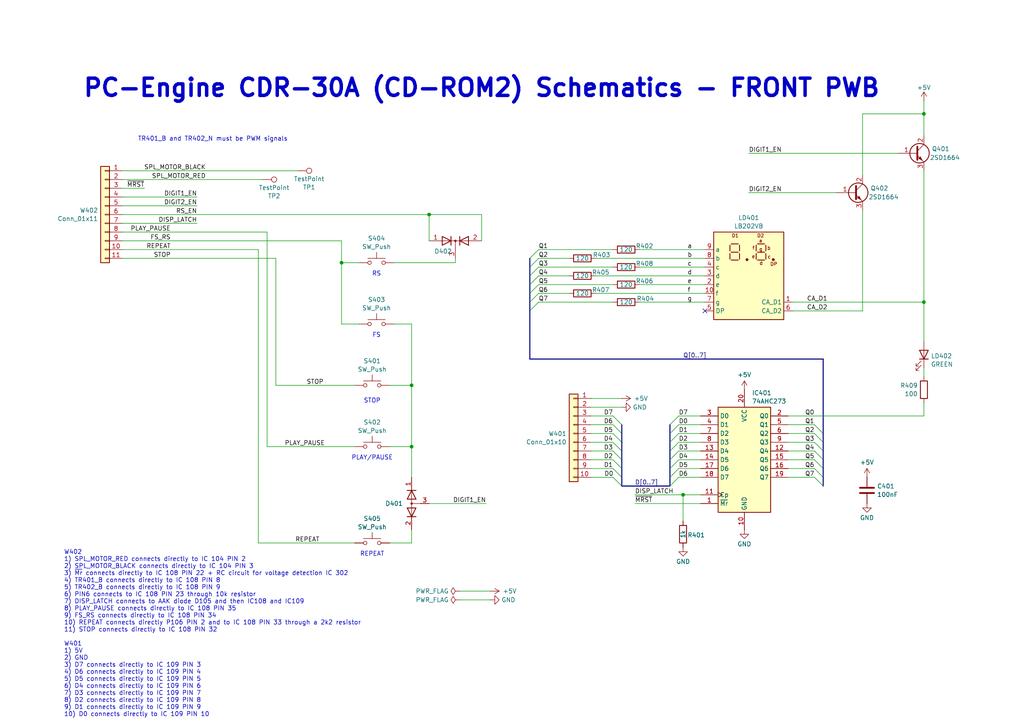
<source format=kicad_sch>
(kicad_sch (version 20231120) (generator "eeschema") (generator_version "8.0")
  (paper "A4")
  (title_block (title "PC-Engine CDR-30A (CD-ROM2) Schematics - FRONT PWB") (date "2024-05-03") (rev "0.1") (company "Author: Regis Galland"))
  (lib_symbols
    (symbol "74xx:74AHC273"
      (property "Reference" "U" (at -7.62 16.51 0))
      (property "Value" "74AHC273" (at -7.62 -16.51 0))
      (symbol "74AHC273_1_0"
        (pin input line (at -12.7 -12.7 0) (length 5.08) (name "~{Mr}") (number "1"))
        (pin power_in line (at 0 -20.32 90) (length 5.08) (name "GND") (number "10"))
        (pin input clock (at -12.7 -10.16 0) (length 5.08) (name "Cp") (number "11"))
        (pin output line (at 12.7 2.54 180) (length 5.08) (name "Q4") (number "12"))
        (pin input line (at -12.7 2.54 0) (length 5.08) (name "D4") (number "13"))
        (pin input line (at -12.7 0 0) (length 5.08) (name "D5") (number "14"))
        (pin output line (at 12.7 0 180) (length 5.08) (name "Q5") (number "15"))
        (pin output line (at 12.7 -2.54 180) (length 5.08) (name "Q6") (number "16"))
        (pin input line (at -12.7 -2.54 0) (length 5.08) (name "D6") (number "17"))
        (pin input line (at -12.7 -5.08 0) (length 5.08) (name "D7") (number "18"))
        (pin output line (at 12.7 -5.08 180) (length 5.08) (name "Q7") (number "19"))
        (pin output line (at 12.7 12.7 180) (length 5.08) (name "Q0") (number "2"))
        (pin power_in line (at 0 20.32 270) (length 5.08) (name "VCC") (number "20"))
        (pin input line (at -12.7 12.7 0) (length 5.08) (name "D0") (number "3"))
        (pin input line (at -12.7 10.16 0) (length 5.08) (name "D1") (number "4"))
        (pin output line (at 12.7 10.16 180) (length 5.08) (name "Q1") (number "5"))
        (pin output line (at 12.7 7.62 180) (length 5.08) (name "Q2") (number "6"))
        (pin input line (at -12.7 7.62 0) (length 5.08) (name "D2") (number "7"))
        (pin input line (at -12.7 5.08 0) (length 5.08) (name "D3") (number "8"))
        (pin output line (at 12.7 5.08 180) (length 5.08) (name "Q3") (number "9"))
      )
      (symbol "74AHC273_1_1"
        (rectangle (start -7.62 15.24) (end 7.62 -15.24) (stroke (width 0.254)) (fill (type background)))
      )
    )
    (symbol "Connector:TestPoint" (pin_numbers hide) (pin_names (offset 0.762) hide)
      (property "Reference" "TP" (at 0 6.858 0))
      (property "Value" "TestPoint" (at 0 5.08 0))
      (symbol "TestPoint_0_1"
        (circle (center 0 3.302) (radius 0.762))
      )
      (symbol "TestPoint_1_1"
        (pin passive line (at 0 0 90) (length 2.54) (name "1") (number "1"))
      )
    )
    (symbol "Connector_Generic:Conn_01x10" (pin_names (offset 1.016) hide)
      (property "Reference" "J" (at 0 12.7 0))
      (property "Value" "Conn_01x10" (at 0 -15.24 0))
      (symbol "Conn_01x10_1_1"
        (rectangle (start -1.27 -12.573) (end 0 -12.827) (stroke (width 0.1524)))
        (rectangle (start -1.27 -10.033) (end 0 -10.287) (stroke (width 0.1524)))
        (rectangle (start -1.27 -7.493) (end 0 -7.747) (stroke (width 0.1524)))
        (rectangle (start -1.27 -4.953) (end 0 -5.207) (stroke (width 0.1524)))
        (rectangle (start -1.27 -2.413) (end 0 -2.667) (stroke (width 0.1524)))
        (rectangle (start -1.27 0.127) (end 0 -0.127) (stroke (width 0.1524)))
        (rectangle (start -1.27 2.667) (end 0 2.413) (stroke (width 0.1524)))
        (rectangle (start -1.27 5.207) (end 0 4.953) (stroke (width 0.1524)))
        (rectangle (start -1.27 7.747) (end 0 7.493) (stroke (width 0.1524)))
        (rectangle (start -1.27 10.287) (end 0 10.033) (stroke (width 0.1524)))
        (rectangle (start -1.27 11.43) (end 1.27 -13.97) (stroke (width 0.254)) (fill (type background)))
        (pin passive line (at -5.08 10.16 0) (length 3.81) (name "Pin_1") (number "1"))
        (pin passive line (at -5.08 -12.7 0) (length 3.81) (name "Pin_10") (number "10"))
        (pin passive line (at -5.08 7.62 0) (length 3.81) (name "Pin_2") (number "2"))
        (pin passive line (at -5.08 5.08 0) (length 3.81) (name "Pin_3") (number "3"))
        (pin passive line (at -5.08 2.54 0) (length 3.81) (name "Pin_4") (number "4"))
        (pin passive line (at -5.08 0 0) (length 3.81) (name "Pin_5") (number "5"))
        (pin passive line (at -5.08 -2.54 0) (length 3.81) (name "Pin_6") (number "6"))
        (pin passive line (at -5.08 -5.08 0) (length 3.81) (name "Pin_7") (number "7"))
        (pin passive line (at -5.08 -7.62 0) (length 3.81) (name "Pin_8") (number "8"))
        (pin passive line (at -5.08 -10.16 0) (length 3.81) (name "Pin_9") (number "9"))
      )
    )
    (symbol "Connector_Generic:Conn_01x11" (pin_names (offset 1.016) hide)
      (property "Reference" "J" (at 0 15.24 0))
      (property "Value" "Conn_01x11" (at 0 -15.24 0))
      (symbol "Conn_01x11_1_1"
        (rectangle (start -1.27 -12.573) (end 0 -12.827) (stroke (width 0.1524)))
        (rectangle (start -1.27 -10.033) (end 0 -10.287) (stroke (width 0.1524)))
        (rectangle (start -1.27 -7.493) (end 0 -7.747) (stroke (width 0.1524)))
        (rectangle (start -1.27 -4.953) (end 0 -5.207) (stroke (width 0.1524)))
        (rectangle (start -1.27 -2.413) (end 0 -2.667) (stroke (width 0.1524)))
        (rectangle (start -1.27 0.127) (end 0 -0.127) (stroke (width 0.1524)))
        (rectangle (start -1.27 2.667) (end 0 2.413) (stroke (width 0.1524)))
        (rectangle (start -1.27 5.207) (end 0 4.953) (stroke (width 0.1524)))
        (rectangle (start -1.27 7.747) (end 0 7.493) (stroke (width 0.1524)))
        (rectangle (start -1.27 10.287) (end 0 10.033) (stroke (width 0.1524)))
        (rectangle (start -1.27 12.827) (end 0 12.573) (stroke (width 0.1524)))
        (rectangle (start -1.27 13.97) (end 1.27 -13.97) (stroke (width 0.254)) (fill (type background)))
        (pin passive line (at -5.08 12.7 0) (length 3.81) (name "Pin_1") (number "1"))
        (pin passive line (at -5.08 -10.16 0) (length 3.81) (name "Pin_10") (number "10"))
        (pin passive line (at -5.08 -12.7 0) (length 3.81) (name "Pin_11") (number "11"))
        (pin passive line (at -5.08 10.16 0) (length 3.81) (name "Pin_2") (number "2"))
        (pin passive line (at -5.08 7.62 0) (length 3.81) (name "Pin_3") (number "3"))
        (pin passive line (at -5.08 5.08 0) (length 3.81) (name "Pin_4") (number "4"))
        (pin passive line (at -5.08 2.54 0) (length 3.81) (name "Pin_5") (number "5"))
        (pin passive line (at -5.08 0 0) (length 3.81) (name "Pin_6") (number "6"))
        (pin passive line (at -5.08 -2.54 0) (length 3.81) (name "Pin_7") (number "7"))
        (pin passive line (at -5.08 -5.08 0) (length 3.81) (name "Pin_8") (number "8"))
        (pin passive line (at -5.08 -7.62 0) (length 3.81) (name "Pin_9") (number "9"))
      )
    )
    (symbol "Device:C" (pin_numbers hide) (pin_names (offset 0.254))
      (property "Reference" "C" (at 0.635 2.54 0))
      (property "Value" "C" (at 0.635 -2.54 0))
      (symbol "C_0_1"
        (polyline (pts (xy -2.032 -0.762) (xy 2.032 -0.762)) (stroke (width 0.508)))
        (polyline (pts (xy -2.032 0.762) (xy 2.032 0.762)) (stroke (width 0.508)))
      )
      (symbol "C_1_1"
        (pin passive line (at 0 3.81 270) (length 2.794) (name "~") (number "1"))
        (pin passive line (at 0 -3.81 90) (length 2.794) (name "~") (number "2"))
      )
    )
    (symbol "Device:D_Dual_CommonAnode_KKA" (pin_names (offset 0.762) hide)
      (property "Reference" "D" (at 1.27 -2.54 0))
      (property "Value" "D_Dual_CommonAnode_KKA" (at 0 2.54 0))
      (symbol "D_Dual_CommonAnode_KKA_0_1"
        (polyline (pts (xy -3.81 0) (xy 3.81 0)))
        (polyline (pts (xy 0 0) (xy 0 -2.54)))
        (polyline (pts (xy -3.81 1.27) (xy -3.81 -1.27) (xy -3.81 -1.27)) (stroke (width 0.254)))
        (polyline (pts (xy 3.81 1.27) (xy 3.81 -1.27) (xy 3.81 -1.27)) (stroke (width 0.254)))
        (polyline (pts (xy -1.27 -1.27) (xy -3.81 0) (xy -1.27 1.27) (xy -1.27 -1.27) (xy -1.27 -1.27) (xy -1.27 -1.27)) (stroke (width 0.254)))
        (polyline (pts (xy 1.27 1.27) (xy 3.81 0) (xy 1.27 -1.27) (xy 1.27 1.27) (xy 1.27 1.27) (xy 1.27 1.27)) (stroke (width 0.254)))
        (circle (center 0 0) (radius 0.254) (fill (type outline)))
        (pin passive line (at -7.62 0 0) (length 3.81) (name "K") (number "1"))
        (pin passive line (at 7.62 0 180) (length 3.81) (name "K") (number "2"))
        (pin passive line (at 0 -5.08 90) (length 2.54) (name "A") (number "3"))
      )
    )
    (symbol "Device:D_Dual_CommonCathode_AAK" (pin_names (offset 0.762) hide)
      (property "Reference" "D" (at 1.27 -2.54 0))
      (property "Value" "D_Dual_CommonCathode_AAK" (at 0 2.54 0))
      (symbol "D_Dual_CommonCathode_AAK_0_1"
        (polyline (pts (xy -3.81 0) (xy 3.81 0)))
        (polyline (pts (xy 0 0) (xy 0 -2.54)))
        (polyline (pts (xy -1.27 -1.27) (xy -1.27 1.27) (xy -1.27 1.27)) (stroke (width 0.254)))
        (polyline (pts (xy 1.27 -1.27) (xy 1.27 1.27) (xy 1.27 1.27)) (stroke (width 0.254)))
        (polyline (pts (xy -3.81 1.27) (xy -1.27 0) (xy -3.81 -1.27) (xy -3.81 1.27) (xy -3.81 1.27) (xy -3.81 1.27)) (stroke (width 0.254)))
        (polyline (pts (xy 3.81 -1.27) (xy 1.27 0) (xy 3.81 1.27) (xy 3.81 -1.27) (xy 3.81 -1.27) (xy 3.81 -1.27)) (stroke (width 0.254)))
        (circle (center 0 0) (radius 0.254) (fill (type outline)))
        (pin passive line (at -7.62 0 0) (length 3.81) (name "A") (number "1"))
        (pin passive line (at 7.62 0 180) (length 3.81) (name "A") (number "2"))
        (pin passive line (at 0 -5.08 90) (length 2.54) (name "K") (number "3"))
      )
    )
    (symbol "Device:LED" (pin_numbers hide) (pin_names (offset 1.016) hide)
      (property "Reference" "D" (at 0 2.54 0))
      (property "Value" "LED" (at 0 -2.54 0))
      (symbol "LED_0_1"
        (polyline (pts (xy -1.27 -1.27) (xy -1.27 1.27)) (stroke (width 0.254)))
        (polyline (pts (xy -1.27 0) (xy 1.27 0)))
        (polyline (pts (xy 1.27 -1.27) (xy 1.27 1.27) (xy -1.27 0) (xy 1.27 -1.27)) (stroke (width 0.254)))
        (polyline (pts (xy -3.048 -0.762) (xy -4.572 -2.286) (xy -3.81 -2.286) (xy -4.572 -2.286) (xy -4.572 -1.524)))
        (polyline (pts (xy -1.778 -0.762) (xy -3.302 -2.286) (xy -2.54 -2.286) (xy -3.302 -2.286) (xy -3.302 -1.524)))
      )
      (symbol "LED_1_1"
        (pin passive line (at -3.81 0 0) (length 2.54) (name "K") (number "1"))
        (pin passive line (at 3.81 0 180) (length 2.54) (name "A") (number "2"))
      )
    )
    (symbol "Device:R" (pin_numbers hide) (pin_names (offset 0))
      (property "Reference" "R" (at 2.032 0 90))
      (property "Value" "R" (at 0 0 90))
      (symbol "R_0_1"
        (rectangle (start -1.016 -2.54) (end 1.016 2.54) (stroke (width 0.254)))
      )
      (symbol "R_1_1"
        (pin passive line (at 0 3.81 270) (length 1.27) (name "~") (number "1"))
        (pin passive line (at 0 -3.81 90) (length 1.27) (name "~") (number "2"))
      )
    )
    (symbol "PC-Engine_CDR-30:2SD1664" (pin_names hide)
      (property "Reference" "Q" (at 10.668 1.016 0))
      (property "Value" "2SD1664" (at 13.716 -1.27 0))
      (symbol "2SD1664_0_1"
        (polyline (pts (xy 5.08 0) (xy 5.715 0)))
        (polyline (pts (xy 7.62 -2.54) (xy 5.715 -0.635)))
        (polyline (pts (xy 7.62 2.54) (xy 5.715 0.635)))
        (polyline (pts (xy 5.715 1.905) (xy 5.715 -1.905) (xy 5.715 -1.905)) (stroke (width 0.508)) (fill (type outline)))
        (polyline (pts (xy 6.604 -1.016) (xy 6.096 -1.524) (xy 7.112 -2.032) (xy 6.604 -1.016) (xy 6.604 -1.016)) (fill (type outline)))
        (circle (center 6.35 0) (radius 2.8194) (stroke (width 0.254)))
      )
      (symbol "2SD1664_1_1"
        (pin input line (at 0 0 0) (length 5.08) (name "B") (number "1"))
        (pin passive line (at 7.62 5.08 270) (length 2.54) (name "C") (number "2"))
        (pin passive line (at 7.62 -5.08 90) (length 2.54) (name "E") (number "3"))
      )
    )
    (symbol "PC-Engine_CDR-30:LB202VB"
      (property "Reference" "LD" (at 0 16.8445 0))
      (property "Value" "LB202VB" (at 0 14.4202 0))
      (symbol "LB202VB_0_0"
        (text "a" (at 3.4544 10.1854 0) (effects (font (size 0.9906 0.9906))))
        (text "b" (at 5.842 8.0772 0) (effects (font (size 0.9906 0.9906))))
        (text "c" (at 5.9436 5.5372 0) (effects (font (size 0.9906 0.9906))))
        (text "d" (at 3.6068 3.683 0) (effects (font (size 0.9906 0.9906))))
        (text "D1" (at -3.937 11.684 0) (effects (font (size 0.9906 0.9906))))
        (text "D2" (at 3.429 11.684 0) (effects (font (size 0.9906 0.9906))))
        (text "DP" (at 7.239 3.429 0) (effects (font (size 0.9906 0.9906))))
        (text "e" (at 1.3716 5.6388 0) (effects (font (size 0.9906 0.9906))))
        (text "f" (at 1.3716 8.1026 0) (effects (font (size 0.9906 0.9906))))
        (text "g" (at 3.5052 7.7216 0) (effects (font (size 0.9906 0.9906))))
      )
      (symbol "LB202VB_0_1"
        (rectangle (start -10.16 12.7) (end 10.16 -12.7) (stroke (width 0.254)) (fill (type background)))
        (circle (center -0.508 4.699) (radius 0.2794) (stroke (width 0.254)) (fill (type outline)))
        (polyline (pts (xy -5.461 4.826) (xy -5.461 6.477)) (stroke (width 0.254)))
        (polyline (pts (xy -5.461 7.239) (xy -5.461 8.89)) (stroke (width 0.254)))
        (polyline (pts (xy -5.08 4.572) (xy -3.048 4.572)) (stroke (width 0.254)))
        (polyline (pts (xy -5.08 6.858) (xy -3.048 6.858)) (stroke (width 0.254)))
        (polyline (pts (xy -5.08 9.271) (xy -3.048 9.271)) (stroke (width 0.254)))
        (polyline (pts (xy -2.667 4.826) (xy -2.667 6.477)) (stroke (width 0.254)))
        (polyline (pts (xy -2.667 7.239) (xy -2.667 8.89)) (stroke (width 0.254)))
        (polyline (pts (xy 2.159 4.826) (xy 2.159 6.477)) (stroke (width 0.254)))
        (polyline (pts (xy 2.159 7.239) (xy 2.159 8.89)) (stroke (width 0.254)))
        (polyline (pts (xy 2.54 4.572) (xy 4.572 4.572)) (stroke (width 0.254)))
        (polyline (pts (xy 2.54 6.858) (xy 4.572 6.858)) (stroke (width 0.254)))
        (polyline (pts (xy 2.54 9.271) (xy 4.572 9.271)) (stroke (width 0.254)))
        (polyline (pts (xy 4.953 4.826) (xy 4.953 6.477)) (stroke (width 0.254)))
        (polyline (pts (xy 4.953 7.239) (xy 4.953 8.89)) (stroke (width 0.254)))
        (circle (center 7.112 4.699) (radius 0.2794) (stroke (width 0.254)) (fill (type outline)))
      )
      (symbol "LB202VB_1_1"
        (pin input line (at 12.7 -7.62 180) (length 2.54) (name "CA_D1") (number "1"))
        (pin input line (at -12.7 -5.08 0) (length 2.54) (name "f") (number "10"))
        (pin input line (at -12.7 -2.54 0) (length 2.54) (name "e") (number "2"))
        (pin input line (at -12.7 0 0) (length 2.54) (name "d") (number "3"))
        (pin input line (at -12.7 2.54 0) (length 2.54) (name "c") (number "4"))
        (pin input line (at -12.7 -10.16 0) (length 2.54) (name "DP") (number "5"))
        (pin input line (at 12.7 -10.16 180) (length 2.54) (name "CA_D2") (number "6"))
        (pin input line (at -12.7 -7.62 0) (length 2.54) (name "g") (number "7"))
        (pin input line (at -12.7 5.08 0) (length 2.54) (name "b") (number "8"))
        (pin input line (at -12.7 7.62 0) (length 2.54) (name "a") (number "9"))
      )
    )
    (symbol "Switch:SW_Push" (pin_numbers hide) (pin_names (offset 1.016) hide)
      (property "Reference" "SW" (at 1.27 2.54 0))
      (property "Value" "SW_Push" (at 0 -1.524 0))
      (symbol "SW_Push_0_1"
        (circle (center -2.032 0) (radius 0.508))
        (polyline (pts (xy 0 1.27) (xy 0 3.048)))
        (polyline (pts (xy 2.54 1.27) (xy -2.54 1.27)))
        (circle (center 2.032 0) (radius 0.508))
        (pin passive line (at -5.08 0 0) (length 2.54) (name "1") (number "1"))
        (pin passive line (at 5.08 0 180) (length 2.54) (name "2") (number "2"))
      )
    )
    (symbol "power:+5V" (power) (pin_numbers hide) (pin_names (offset 0) hide)
      (property "Value" "+5V" (at 0 3.556 0))
      (symbol "+5V_0_1"
        (polyline (pts (xy -0.762 1.27) (xy 0 2.54)))
        (polyline (pts (xy 0 0) (xy 0 2.54)))
        (polyline (pts (xy 0 2.54) (xy 0.762 1.27)))
      )
      (symbol "+5V_1_1"
        (pin power_in line (at 0 0 90) (length 0) (name "~") (number "1"))
      )
    )
    (symbol "power:GND" (power) (pin_numbers hide) (pin_names (offset 0) hide)
      (property "Value" "GND" (at 0 -3.81 0))
      (symbol "GND_0_1"
        (polyline (pts (xy 0 0) (xy 0 -1.27) (xy 1.27 -1.27) (xy 0 -2.54) (xy -1.27 -1.27) (xy 0 -1.27)))
      )
      (symbol "GND_1_1"
        (pin power_in line (at 0 0 270) (length 0) (name "~") (number "1"))
      )
    )
    (symbol "power:PWR_FLAG" (power) (pin_numbers hide) (pin_names (offset 0) hide)
      (property "Value" "PWR_FLAG" (at 0 3.81 0))
      (symbol "PWR_FLAG_0_0"
        (pin power_out line (at 0 0 90) (length 0) (name "~") (number "1"))
      )
      (symbol "PWR_FLAG_0_1"
        (polyline (pts (xy 0 0) (xy 0 1.27) (xy -1.016 1.905) (xy 0 2.54) (xy 1.016 1.905) (xy 0 1.27)))
      )
    )
  )
  (junction (at 198.12 143.51))
  (junction (at 119.38 111.76))
  (junction (at 267.97 87.63))
  (junction (at 99.06 76.2))
  (junction (at 119.38 129.54))
  (junction (at 267.97 33.02))
  (junction (at 124.46 62.23))
  (no_connect (at 204.47 90.17))
  (bus_entry (at 177.8 130.81) (size 2.54 2.54))
  (bus_entry (at 177.8 125.73) (size 2.54 2.54))
  (bus_entry (at 196.85 135.89) (size -2.54 2.54))
  (bus_entry (at 156.21 80.01) (size -2.54 2.54))
  (bus_entry (at 196.85 133.35) (size -2.54 2.54))
  (bus_entry (at 177.8 128.27) (size 2.54 2.54))
  (bus_entry (at 236.22 125.73) (size 2.54 2.54))
  (bus_entry (at 236.22 130.81) (size 2.54 2.54))
  (bus_entry (at 196.85 138.43) (size -2.54 2.54))
  (bus_entry (at 236.22 128.27) (size 2.54 2.54))
  (bus_entry (at 236.22 133.35) (size 2.54 2.54))
  (bus_entry (at 156.21 82.55) (size -2.54 2.54))
  (bus_entry (at 177.8 138.43) (size 2.54 2.54))
  (bus_entry (at 156.21 74.93) (size -2.54 2.54))
  (bus_entry (at 196.85 128.27) (size -2.54 2.54))
  (bus_entry (at 196.85 130.81) (size -2.54 2.54))
  (bus_entry (at 236.22 135.89) (size 2.54 2.54))
  (bus_entry (at 236.22 123.19) (size 2.54 2.54))
  (bus_entry (at 177.8 123.19) (size 2.54 2.54))
  (bus_entry (at 156.21 77.47) (size -2.54 2.54))
  (bus_entry (at 177.8 120.65) (size 2.54 2.54))
  (bus_entry (at 156.21 72.39) (size -2.54 2.54))
  (bus_entry (at 177.8 135.89) (size 2.54 2.54))
  (bus_entry (at 177.8 133.35) (size 2.54 2.54))
  (bus_entry (at 196.85 123.19) (size -2.54 2.54))
  (bus_entry (at 236.22 138.43) (size 2.54 2.54))
  (bus_entry (at 156.21 85.09) (size -2.54 2.54))
  (bus_entry (at 156.21 87.63) (size -2.54 2.54))
  (bus_entry (at 196.85 125.73) (size -2.54 2.54))
  (bus_entry (at 196.85 120.65) (size -2.54 2.54))
  (wire (pts (xy 119.38 157.48) (xy 113.03 157.48)))
  (wire (pts (xy 57.15 57.15) (xy 35.56 57.15)))
  (wire (pts (xy 171.45 118.11) (xy 180.34 118.11)))
  (bus (pts (xy 180.34 128.27) (xy 180.34 130.81)))
  (wire (pts (xy 133.35 173.99) (xy 142.24 173.99)))
  (bus (pts (xy 194.31 133.35) (xy 194.31 135.89)))
  (wire (pts (xy 57.15 59.69) (xy 35.56 59.69)))
  (bus (pts (xy 180.34 125.73) (xy 180.34 128.27)))
  (wire (pts (xy 124.46 62.23) (xy 124.46 69.85)))
  (wire (pts (xy 156.21 85.09) (xy 165.1 85.09)))
  (wire (pts (xy 77.47 67.31) (xy 77.47 129.54)))
  (wire (pts (xy 172.72 85.09) (xy 204.47 85.09)))
  (wire (pts (xy 229.87 87.63) (xy 267.97 87.63)))
  (wire (pts (xy 198.12 143.51) (xy 203.2 143.51)))
  (wire (pts (xy 267.97 39.37) (xy 267.97 33.02)))
  (wire (pts (xy 156.21 87.63) (xy 177.8 87.63)))
  (bus (pts (xy 180.34 130.81) (xy 180.34 133.35)))
  (wire (pts (xy 217.17 55.88) (xy 242.57 55.88)))
  (wire (pts (xy 99.06 93.98) (xy 104.14 93.98)))
  (wire (pts (xy 156.21 72.39) (xy 177.8 72.39)))
  (wire (pts (xy 74.93 72.39) (xy 35.56 72.39)))
  (bus (pts (xy 238.76 128.27) (xy 238.76 130.81)))
  (wire (pts (xy 196.85 138.43) (xy 203.2 138.43)))
  (bus (pts (xy 180.34 135.89) (xy 180.34 138.43)))
  (bus (pts (xy 153.67 82.55) (xy 153.67 85.09)))
  (wire (pts (xy 156.21 82.55) (xy 177.8 82.55)))
  (wire (pts (xy 185.42 87.63) (xy 204.47 87.63)))
  (wire (pts (xy 196.85 125.73) (xy 203.2 125.73)))
  (wire (pts (xy 156.21 77.47) (xy 177.8 77.47)))
  (bus (pts (xy 153.67 80.01) (xy 153.67 82.55)))
  (bus (pts (xy 238.76 135.89) (xy 238.76 138.43)))
  (wire (pts (xy 198.12 151.13) (xy 198.12 143.51)))
  (wire (pts (xy 119.38 111.76) (xy 119.38 129.54)))
  (bus (pts (xy 194.31 130.81) (xy 194.31 133.35)))
  (wire (pts (xy 236.22 128.27) (xy 228.6 128.27)))
  (wire (pts (xy 156.21 74.93) (xy 165.1 74.93)))
  (wire (pts (xy 196.85 130.81) (xy 203.2 130.81)))
  (wire (pts (xy 229.87 90.17) (xy 250.19 90.17)))
  (wire (pts (xy 139.7 62.23) (xy 124.46 62.23)))
  (wire (pts (xy 35.56 69.85) (xy 99.06 69.85)))
  (bus (pts (xy 180.34 140.97) (xy 194.31 140.97)))
  (wire (pts (xy 119.38 93.98) (xy 119.38 111.76)))
  (wire (pts (xy 236.22 133.35) (xy 228.6 133.35)))
  (wire (pts (xy 99.06 69.85) (xy 99.06 76.2)))
  (wire (pts (xy 77.47 67.31) (xy 35.56 67.31)))
  (wire (pts (xy 185.42 77.47) (xy 204.47 77.47)))
  (wire (pts (xy 236.22 130.81) (xy 228.6 130.81)))
  (bus (pts (xy 194.31 135.89) (xy 194.31 138.43)))
  (wire (pts (xy 177.8 130.81) (xy 171.45 130.81)))
  (wire (pts (xy 74.93 157.48) (xy 102.87 157.48)))
  (wire (pts (xy 267.97 87.63) (xy 267.97 99.06)))
  (wire (pts (xy 185.42 72.39) (xy 204.47 72.39)))
  (wire (pts (xy 172.72 74.93) (xy 204.47 74.93)))
  (bus (pts (xy 153.67 104.14) (xy 238.76 104.14)))
  (bus (pts (xy 194.31 123.19) (xy 194.31 125.73)))
  (wire (pts (xy 250.19 33.02) (xy 267.97 33.02)))
  (bus (pts (xy 153.67 77.47) (xy 153.67 80.01)))
  (wire (pts (xy 140.97 146.05) (xy 124.46 146.05)))
  (bus (pts (xy 153.67 104.14) (xy 153.67 90.17)))
  (wire (pts (xy 177.8 123.19) (xy 171.45 123.19)))
  (wire (pts (xy 228.6 120.65) (xy 267.97 120.65)))
  (wire (pts (xy 99.06 76.2) (xy 99.06 93.98)))
  (wire (pts (xy 80.01 111.76) (xy 102.87 111.76)))
  (wire (pts (xy 99.06 76.2) (xy 104.14 76.2)))
  (wire (pts (xy 185.42 82.55) (xy 204.47 82.55)))
  (bus (pts (xy 238.76 133.35) (xy 238.76 135.89)))
  (wire (pts (xy 250.19 60.96) (xy 250.19 90.17)))
  (wire (pts (xy 171.45 115.57) (xy 180.34 115.57)))
  (bus (pts (xy 153.67 87.63) (xy 153.67 90.17)))
  (wire (pts (xy 267.97 116.84) (xy 267.97 120.65)))
  (wire (pts (xy 74.93 72.39) (xy 74.93 157.48)))
  (wire (pts (xy 139.7 69.85) (xy 139.7 62.23)))
  (wire (pts (xy 172.72 80.01) (xy 204.47 80.01)))
  (bus (pts (xy 238.76 125.73) (xy 238.76 128.27)))
  (bus (pts (xy 153.67 85.09) (xy 153.67 87.63)))
  (wire (pts (xy 177.8 135.89) (xy 171.45 135.89)))
  (wire (pts (xy 57.15 64.77) (xy 35.56 64.77)))
  (bus (pts (xy 180.34 138.43) (xy 180.34 140.97)))
  (bus (pts (xy 194.31 125.73) (xy 194.31 128.27)))
  (wire (pts (xy 236.22 138.43) (xy 228.6 138.43)))
  (bus (pts (xy 180.34 133.35) (xy 180.34 135.89)))
  (bus (pts (xy 238.76 130.81) (xy 238.76 133.35)))
  (wire (pts (xy 267.97 87.63) (xy 267.97 49.53)))
  (wire (pts (xy 86.36 49.53) (xy 35.56 49.53)))
  (wire (pts (xy 77.47 129.54) (xy 102.87 129.54)))
  (wire (pts (xy 184.15 146.05) (xy 203.2 146.05)))
  (wire (pts (xy 267.97 29.21) (xy 267.97 33.02)))
  (wire (pts (xy 119.38 157.48) (xy 119.38 153.67)))
  (bus (pts (xy 238.76 138.43) (xy 238.76 140.97)))
  (wire (pts (xy 119.38 129.54) (xy 113.03 129.54)))
  (wire (pts (xy 114.3 76.2) (xy 132.08 76.2)))
  (wire (pts (xy 156.21 80.01) (xy 165.1 80.01)))
  (wire (pts (xy 236.22 125.73) (xy 228.6 125.73)))
  (wire (pts (xy 250.19 33.02) (xy 250.19 50.8)))
  (bus (pts (xy 194.31 138.43) (xy 194.31 140.97)))
  (wire (pts (xy 196.85 128.27) (xy 203.2 128.27)))
  (wire (pts (xy 196.85 120.65) (xy 203.2 120.65)))
  (wire (pts (xy 196.85 123.19) (xy 203.2 123.19)))
  (wire (pts (xy 80.01 74.93) (xy 35.56 74.93)))
  (wire (pts (xy 236.22 135.89) (xy 228.6 135.89)))
  (wire (pts (xy 177.8 138.43) (xy 171.45 138.43)))
  (bus (pts (xy 194.31 128.27) (xy 194.31 130.81)))
  (wire (pts (xy 184.15 143.51) (xy 198.12 143.51)))
  (wire (pts (xy 114.3 93.98) (xy 119.38 93.98)))
  (wire (pts (xy 177.8 125.73) (xy 171.45 125.73)))
  (bus (pts (xy 180.34 123.19) (xy 180.34 125.73)))
  (wire (pts (xy 217.17 44.45) (xy 260.35 44.45)))
  (wire (pts (xy 267.97 106.68) (xy 267.97 109.22)))
  (wire (pts (xy 236.22 123.19) (xy 228.6 123.19)))
  (wire (pts (xy 177.8 133.35) (xy 171.45 133.35)))
  (wire (pts (xy 196.85 135.89) (xy 203.2 135.89)))
  (wire (pts (xy 124.46 62.23) (xy 35.56 62.23)))
  (wire (pts (xy 177.8 120.65) (xy 171.45 120.65)))
  (bus (pts (xy 153.67 74.93) (xy 153.67 77.47)))
  (wire (pts (xy 119.38 111.76) (xy 113.03 111.76)))
  (wire (pts (xy 80.01 74.93) (xy 80.01 111.76)))
  (wire (pts (xy 177.8 128.27) (xy 171.45 128.27)))
  (wire (pts (xy 41.91 54.61) (xy 35.56 54.61)))
  (wire (pts (xy 76.2 52.07) (xy 35.56 52.07)))
  (wire (pts (xy 196.85 133.35) (xy 203.2 133.35)))
  (wire (pts (xy 132.08 74.93) (xy 132.08 76.2)))
  (wire (pts (xy 133.35 171.45) (xy 142.24 171.45)))
  (bus (pts (xy 238.76 104.14) (xy 238.76 125.73)))
  (wire (pts (xy 119.38 129.54) (xy 119.38 138.43)))
  (text "TR401_B and TR402_N must be PWM signals" (at 61.722 40.386 0) (effects (font (size 1.27 1.27))))
  (text "STOP" (at 107.95 116.332 0) (effects (font (size 1.27 1.27))))
  (text "FS" (at 109.22 97.282 0) (effects (font (size 1.27 1.27))))
  (text "W402\n1) SPL_MOTOR_RED connects directly to IC 104 PIN 2\n2) SPL_MOTOR_BLACK connects directly to IC 104 PIN 3\n3) ~{Mr} connects directly to IC 108 PIN 22 + RC circuit for voltage detection IC 302\n4) TR401_B connects directly to IC 108 PIN 8\n5) TR402_B connects directly to IC 108 PIN 9\n6) PIN6 connects to IC 108 PIN 23 through 10k resistor\n7) DISP_LATCH connects to AAK diode D105 and then IC108 and IC109\n8) PLAY_PAUSE connects directly to IC 108 PIN 35\n9) FS_RS connects directly to IC 108 PIN 34\n10) REPEAT connects directly P106 PIN 2 and to IC 108 PIN 33 through a 2k2 resistor\n11) STOP connects directly to IC 108 PIN 32 \n\nW401\n1) 5V\n2) GND\n3) D7 connects directly to IC 109 PIN 3\n4) D6 connects directly to IC 109 PIN 4\n5) D5 connects directly to IC 109 PIN 5\n6) D4 connects directly to IC 109 PIN 6\n7) D3 connects directly to IC 109 PIN 7\n8) D2 connects directly to IC 109 PIN 8\n9) D1 connects directly to IC 109 PIN 9\n10) D0 connects directly to IC 109 PIN 10" (at 18.542 208.026 0) (effects (font (size 1.27 1.27)) (justify left bottom)))
  (text "RS" (at 109.22 79.502 0) (effects (font (size 1.27 1.27))))
  (text "REPEAT" (at 107.95 160.782 0) (effects (font (size 1.27 1.27))))
  (text "PLAY/PAUSE" (at 107.95 132.842 0) (effects (font (size 1.27 1.27))))
  (text "PC-Engine CDR-30A (CD-ROM2) Schematics - FRONT PWB" (at 139.7 25.654 0) (effects (font (size 5 5) (thickness 1) (bold yes))))
  (label "FS_RS" (at 49.53 69.85 180))
  (label "Q6" (at 236.22 135.89 180))
  (label "b" (at 199.39 74.93 0))
  (label "~{MRST}" (at 184.15 146.05 0))
  (label "D4" (at 196.85 133.35 0))
  (label "Q5" (at 156.21 82.55 0))
  (label "SPL_MOTOR_BLACK" (at 59.69 49.53 180))
  (label "Q2" (at 156.21 74.93 0))
  (label "Q5" (at 236.22 133.35 180))
  (label "DIGIT1_EN" (at 140.97 146.05 180))
  (label "REPEAT" (at 49.53 72.39 180))
  (label "D2" (at 196.85 128.27 0))
  (label "DIGIT1_EN" (at 217.17 44.45 0))
  (label "DIGIT1_EN" (at 57.15 57.15 180))
  (label "Q7" (at 236.22 138.43 180))
  (label "D6" (at 196.85 138.43 0))
  (label "D7" (at 196.85 120.65 0))
  (label "RS_EN" (at 57.15 62.23 180))
  (label "g" (at 199.39 87.63 0))
  (label "D3" (at 196.85 130.81 0))
  (label "D7" (at 177.8 120.65 180))
  (label "Q7" (at 156.21 87.63 0))
  (label "a" (at 199.39 72.39 0))
  (label "D2" (at 177.8 133.35 180))
  (label "D0" (at 175.26 138.43 0))
  (label "D0" (at 196.85 123.19 0))
  (label "CA_D2" (at 240.03 90.17 180))
  (label "c" (at 199.39 77.47 0))
  (label "DIGIT2_EN" (at 217.17 55.88 0))
  (label "Q0" (at 236.22 120.65 180))
  (label "STOP" (at 88.9 111.76 0))
  (label "D4" (at 177.8 128.27 180))
  (label "Q2" (at 236.22 125.73 180))
  (label "Q1" (at 156.21 72.39 0))
  (label "f" (at 199.39 85.09 0))
  (label "~{MRST}" (at 41.91 54.61 180))
  (label "d" (at 199.39 80.01 0))
  (label "Q[0..7]" (at 198.12 104.14 0))
  (label "Q6" (at 156.21 85.09 0))
  (label "Q4" (at 236.22 130.81 180))
  (label "Q3" (at 156.21 77.47 0))
  (label "Q1" (at 236.22 123.19 180))
  (label "D[0..7]" (at 184.15 140.97 0))
  (label "e" (at 199.39 82.55 0))
  (label "D1" (at 196.85 125.73 0))
  (label "D6" (at 177.8 123.19 180))
  (label "Q4" (at 156.21 80.01 0))
  (label "STOP" (at 49.53 74.93 180))
  (label "CA_D1" (at 240.03 87.63 180))
  (label "Q3" (at 236.22 128.27 180))
  (label "D5" (at 177.8 125.73 180))
  (label "DISP_LATCH" (at 57.15 64.77 180))
  (label "DISP_LATCH" (at 184.15 143.51 0))
  (label "D3" (at 177.8 130.81 180))
  (label "PLAY_PAUSE" (at 82.55 129.54 0))
  (label "D1" (at 177.8 135.89 180))
  (label "DIGIT2_EN" (at 57.15 59.69 180))
  (label "REPEAT" (at 92.71 157.48 180))
  (label "PLAY_PAUSE" (at 49.53 67.31 180))
  (label "SPL_MOTOR_RED" (at 59.69 52.07 180))
  (label "D5" (at 196.85 135.89 0))
  (symbol (lib_id "power:+5V") (at 215.9 113.03 0) (unit 1)
    (property "Reference" "#PWR02" (effects (hide yes)))
    (property "Value" "+5V" (at 215.9 108.712 0))
    (property "Description" "Power symbol creates a global label with name \"+5V\"" (effects (hide yes)))
  )
  (symbol (lib_id "Device:D_Dual_CommonAnode_KKA") (at 119.38 146.05 90) (mirror x) (unit 1)
    (property "Reference" "D401" (at 114.3 146.05 90))
    (property "Value" "D_Zener_Dual_CommonAnode_KKA" (effects (hide yes)))
    (property "Footprint" "Package_TO_SOT_SMD:SOT-23" (effects (hide yes)))
    (property "Description" "Dual diode, common anode on pin 3" (effects (hide yes)))
  )
  (symbol (lib_id "Device:R") (at 181.61 72.39 90) (unit 1)
    (property "Reference" "R402" (at 186.944 71.374 90))
    (property "Value" "120" (at 181.61 72.39 90))
    (property "Footprint" "Resistor_SMD:R_0805_2012Metric" (effects (hide yes)))
    (property "Description" "Resistor" (effects (hide yes)))
  )
  (symbol (lib_id "Connector:TestPoint") (at 76.2 52.07 270) (unit 1)
    (property "Reference" "TP2" (at 79.502 56.8495 90))
    (property "Value" "TestPoint" (at 79.502 54.4252 90))
    (property "Footprint" "TestPoint:TestPoint_Pad_D3.0mm" (effects (hide yes)))
    (property "Description" "test point" (effects (hide yes)))
  )
  (symbol (lib_id "power:GND") (at 251.46 146.05 0) (unit 1)
    (property "Reference" "#PWR06" (effects (hide yes)))
    (property "Value" "GND" (at 251.46 150.1831 0))
    (property "Description" "Power symbol creates a global label with name \"GND\" , ground" (effects (hide yes)))
  )
  (symbol (lib_id "Device:R") (at 168.91 80.01 90) (unit 1)
    (property "Reference" "R405" (at 174.244 78.994 90))
    (property "Value" "120" (at 168.91 80.01 90))
    (property "Footprint" "Resistor_SMD:R_0805_2012Metric" (effects (hide yes)))
    (property "Description" "Resistor" (effects (hide yes)))
  )
  (symbol (lib_id "PC-Engine_CDR-30:2SD1664") (at 260.35 44.45 0) (unit 1)
    (property "Reference" "Q401" (at 270.256 43.18 0) (effects (justify left)))
    (property "Value" "2SD1664" (at 274.066 45.72 0))
    (property "Footprint" "Package_TO_SOT_SMD:SOT-89-3" (effects (hide yes)))
    (property "Datasheet" "https://pdf1.alldatasheet.com/datasheet-pdf/view/35884/ROHM/2SD1664.html" (effects (hide yes)))
    (property "Description" "transistor NPN" (effects (hide yes)))
  )
  (symbol (lib_id "Device:R") (at 267.97 113.03 0) (mirror y) (unit 1)
    (property "Reference" "R409" (at 266.192 111.8178 0) (effects (justify left)))
    (property "Value" "100" (at 266.192 114.2421 0) (effects (justify left)))
    (property "Footprint" "Resistor_SMD:R_0805_2012Metric" (effects (hide yes)))
    (property "Description" "Resistor" (effects (hide yes)))
  )
  (symbol (lib_id "Device:R") (at 168.91 74.93 90) (unit 1)
    (property "Reference" "R403" (at 174.498 73.914 90))
    (property "Value" "120" (at 168.91 74.93 90))
    (property "Footprint" "Resistor_SMD:R_0805_2012Metric" (effects (hide yes)))
    (property "Description" "Resistor" (effects (hide yes)))
  )
  (symbol (lib_id "Switch:SW_Push") (at 107.95 111.76 0) (unit 1)
    (property "Reference" "S401" (at 107.95 104.6945 0))
    (property "Value" "SW_Push" (at 107.95 107.1188 0))
    (property "Footprint" "Button_Switch_THT:SW_PUSH_6mm_H4.3mm" (effects (hide yes)))
    (property "Description" "Push button switch, generic, two pins" (effects (hide yes)))
  )
  (symbol (lib_id "power:+5V") (at 180.34 115.57 270) (mirror x) (unit 1)
    (property "Reference" "#PWR03" (effects (hide yes)))
    (property "Value" "+5V" (at 185.928 115.57 90))
    (property "Description" "Power symbol creates a global label with name \"+5V\"" (effects (hide yes)))
  )
  (symbol (lib_id "Switch:SW_Push") (at 107.95 157.48 0) (mirror y) (unit 1)
    (property "Reference" "S405" (at 107.95 150.4145 0))
    (property "Value" "SW_Push" (at 107.95 152.8388 0))
    (property "Footprint" "Button_Switch_THT:SW_PUSH_6mm_H4.3mm" (effects (hide yes)))
    (property "Description" "Push button switch, generic, two pins" (effects (hide yes)))
  )
  (symbol (lib_id "power:+5V") (at 142.24 171.45 270) (mirror x) (unit 1)
    (property "Reference" "#PWR09" (effects (hide yes)))
    (property "Value" "+5V" (at 147.828 171.45 90))
    (property "Description" "Power symbol creates a global label with name \"+5V\"" (effects (hide yes)))
  )
  (symbol (lib_id "Connector_Generic:Conn_01x11") (at 30.48 62.23 0) (mirror y) (unit 1)
    (property "Reference" "W402" (at 28.448 61.0178 0) (effects (justify left)))
    (property "Value" "Conn_01x11" (at 28.448 63.4421 0) (effects (justify left)))
    (property "Footprint" "Connector_JST:JST_ZE_B11B-ZESK-1D_1x11_P1.50mm_Vertical" (effects (hide yes)))
    (property "Description" "Generic connector, single row, 01x11, script generated (kicad-library-utils/schlib/autogen/connector/)" (effects (hide yes)))
  )
  (symbol (lib_id "PC-Engine_CDR-30:LB202VB") (at 217.17 80.01 0) (unit 1)
    (property "Reference" "LD401" (at 217.17 63.1655 0))
    (property "Value" "LB202VB" (at 217.17 65.5898 0))
    (property "Footprint" "Display_7Segment:ELD_426XXXX" (effects (hide yes)))
    (property "Datasheet" "http://www.everlight.com/file/ProductFile/D426SYGWA-S530-E2.pdf" (effects (hide yes)))
    (property "Description" "Double 7 segment brilliant yellow green LED common anode" (effects (hide yes)))
  )
  (symbol (lib_id "Device:R") (at 181.61 77.47 90) (unit 1)
    (property "Reference" "R408" (at 186.944 76.454 90))
    (property "Value" "120" (at 181.61 77.47 90))
    (property "Footprint" "Resistor_SMD:R_0805_2012Metric" (effects (hide yes)))
    (property "Description" "Resistor" (effects (hide yes)))
  )
  (symbol (lib_id "74xx:74AHC273") (at 215.9 133.35 0) (unit 1)
    (property "Reference" "IC401" (at 218.0941 113.9655 0) (effects (justify left)))
    (property "Value" "74AHC273" (at 218.0941 116.3898 0) (effects (justify left)))
    (property "Footprint" "Package_SO:SOIC-20W_7.5x12.8mm_P1.27mm" (effects (hide yes)))
    (property "Datasheet" "https://assets.nexperia.com/documents/data-sheet/74AHC_AHCT273.pdf" (effects (hide yes)))
    (property "Description" "8-bit D Flip-Flop, reset" (effects (hide yes)))
  )
  (symbol (lib_id "power:+5V") (at 251.46 138.43 0) (unit 1)
    (property "Reference" "#PWR05" (effects (hide yes)))
    (property "Value" "+5V" (at 251.46 134.112 0))
    (property "Description" "Power symbol creates a global label with name \"+5V\"" (effects (hide yes)))
  )
  (symbol (lib_id "Device:R") (at 198.12 154.94 180) (unit 1)
    (property "Reference" "R401" (at 201.93 155.194 0))
    (property "Value" "1k" (at 198.12 154.94 90))
    (property "Footprint" "Resistor_SMD:R_0805_2012Metric" (effects (hide yes)))
    (property "Description" "Resistor" (effects (hide yes)))
  )
  (symbol (lib_id "Switch:SW_Push") (at 109.22 76.2 0) (mirror y) (unit 1)
    (property "Reference" "S404" (at 109.22 69.1345 0))
    (property "Value" "SW_Push" (at 109.22 71.5588 0))
    (property "Footprint" "Button_Switch_THT:SW_PUSH_6mm_H4.3mm" (effects (hide yes)))
    (property "Description" "Push button switch, generic, two pins" (effects (hide yes)))
  )
  (symbol (lib_id "Device:R") (at 168.91 85.09 90) (unit 1)
    (property "Reference" "R407" (at 174.244 84.074 90))
    (property "Value" "120" (at 168.91 85.09 90))
    (property "Footprint" "Resistor_SMD:R_0805_2012Metric" (effects (hide yes)))
    (property "Description" "Resistor" (effects (hide yes)))
  )
  (symbol (lib_id "Connector_Generic:Conn_01x10") (at 166.37 125.73 0) (mirror y) (unit 1)
    (property "Reference" "W401" (at 164.338 125.7878 0) (effects (justify left)))
    (property "Value" "Conn_01x10" (at 164.338 128.2121 0) (effects (justify left)))
    (property "Footprint" "Connector_JST:JST_ZE_B10B-ZESK-1D_1x10_P1.50mm_Vertical" (effects (hide yes)))
    (property "Description" "Generic connector, single row, 01x10, script generated (kicad-library-utils/schlib/autogen/connector/)" (effects (hide yes)))
  )
  (symbol (lib_id "Switch:SW_Push") (at 107.95 129.54 0) (unit 1)
    (property "Reference" "S402" (at 107.95 122.4745 0))
    (property "Value" "SW_Push" (at 107.95 124.8988 0))
    (property "Footprint" "Button_Switch_THT:SW_PUSH_6mm_H4.3mm" (effects (hide yes)))
    (property "Description" "Push button switch, generic, two pins" (effects (hide yes)))
  )
  (symbol (lib_id "Switch:SW_Push") (at 109.22 93.98 0) (mirror y) (unit 1)
    (property "Reference" "S403" (at 109.22 86.9145 0))
    (property "Value" "SW_Push" (at 109.22 89.3388 0))
    (property "Footprint" "Button_Switch_THT:SW_PUSH_6mm_H4.3mm" (effects (hide yes)))
    (property "Description" "Push button switch, generic, two pins" (effects (hide yes)))
  )
  (symbol (lib_id "Device:D_Dual_CommonCathode_AAK") (at 132.08 69.85 0) (unit 1)
    (property "Reference" "D402" (at 128.524 72.898 0))
    (property "Value" "D_Dual_CommonCathode_AAK" (effects (hide yes)))
    (property "Footprint" "Package_TO_SOT_SMD:SOT-23" (effects (hide yes)))
    (property "Description" "Dual diode, common cathode on pin 3" (effects (hide yes)))
  )
  (symbol (lib_id "power:GND") (at 198.12 158.75 0) (unit 1)
    (property "Reference" "#PWR08" (effects (hide yes)))
    (property "Value" "GND" (at 198.12 162.8831 0))
    (property "Description" "Power symbol creates a global label with name \"GND\" , ground" (effects (hide yes)))
  )
  (symbol (lib_id "Device:C") (at 251.46 142.24 0) (unit 1)
    (property "Reference" "C401" (at 254.381 141.0278 0) (effects (justify left)))
    (property "Value" "100nF" (at 254.381 143.4521 0) (effects (justify left)))
    (property "Footprint" "Capacitor_SMD:C_0805_2012Metric" (effects (hide yes)))
    (property "Description" "Unpolarized capacitor" (effects (hide yes)))
  )
  (symbol (lib_id "Device:R") (at 181.61 82.55 90) (unit 1)
    (property "Reference" "R406" (at 186.944 81.534 90))
    (property "Value" "120" (at 181.61 82.55 90))
    (property "Footprint" "Resistor_SMD:R_0805_2012Metric" (effects (hide yes)))
    (property "Description" "Resistor" (effects (hide yes)))
  )
  (symbol (lib_id "power:PWR_FLAG") (at 133.35 173.99 90) (unit 1)
    (property "Reference" "#FLG02" (effects (hide yes)))
    (property "Value" "PWR_FLAG" (at 130.1751 173.99 90) (effects (justify left)))
    (property "Description" "Special symbol for telling ERC where power comes from" (effects (hide yes)))
  )
  (symbol (lib_id "power:+5V") (at 267.97 29.21 0) (mirror y) (unit 1)
    (property "Reference" "#PWR01" (effects (hide yes)))
    (property "Value" "+5V" (at 267.97 25.4 0))
    (property "Description" "Power symbol creates a global label with name \"+5V\"" (effects (hide yes)))
  )
  (symbol (lib_id "PC-Engine_CDR-30:2SD1664") (at 242.57 55.88 0) (unit 1)
    (property "Reference" "Q402" (at 252.476 54.61 0) (effects (justify left)))
    (property "Value" "2SD1664" (at 256.286 57.15 0))
    (property "Footprint" "Package_TO_SOT_SMD:SOT-89-3" (effects (hide yes)))
    (property "Datasheet" "https://pdf1.alldatasheet.com/datasheet-pdf/view/35884/ROHM/2SD1664.html" (effects (hide yes)))
    (property "Description" "transistor NPN" (effects (hide yes)))
  )
  (symbol (lib_id "power:GND") (at 142.24 173.99 90) (mirror x) (unit 1)
    (property "Reference" "#PWR010" (effects (hide yes)))
    (property "Value" "GND" (at 145.4149 173.99 90) (effects (justify right)))
    (property "Description" "Power symbol creates a global label with name \"GND\" , ground" (effects (hide yes)))
  )
  (symbol (lib_id "power:GND") (at 215.9 153.67 0) (unit 1)
    (property "Reference" "#PWR07" (effects (hide yes)))
    (property "Value" "GND" (at 215.9 157.8031 0))
    (property "Description" "Power symbol creates a global label with name \"GND\" , ground" (effects (hide yes)))
  )
  (symbol (lib_id "power:PWR_FLAG") (at 133.35 171.45 90) (unit 1)
    (property "Reference" "#FLG01" (effects (hide yes)))
    (property "Value" "PWR_FLAG" (at 130.1751 171.45 90) (effects (justify left)))
    (property "Description" "Special symbol for telling ERC where power comes from" (effects (hide yes)))
  )
  (symbol (lib_id "power:GND") (at 180.34 118.11 90) (mirror x) (unit 1)
    (property "Reference" "#PWR04" (effects (hide yes)))
    (property "Value" "GND" (at 183.5149 118.11 90) (effects (justify right)))
    (property "Description" "Power symbol creates a global label with name \"GND\" , ground" (effects (hide yes)))
  )
  (symbol (lib_id "Connector:TestPoint") (at 86.36 49.53 270) (unit 1)
    (property "Reference" "TP1" (at 89.662 54.3095 90))
    (property "Value" "TestPoint" (at 89.662 51.8852 90))
    (property "Footprint" "TestPoint:TestPoint_Pad_D3.0mm" (effects (hide yes)))
    (property "Description" "test point" (effects (hide yes)))
  )
  (symbol (lib_id "Device:LED") (at 267.97 102.87 270) (mirror x) (unit 1)
    (property "Reference" "LD402" (at 270.002 103.2453 90) (effects (justify left)))
    (property "Value" "GREEN" (at 270.002 105.6696 90) (effects (justify left)))
    (property "Footprint" "LED_THT:LED_D3.0mm" (effects (hide yes)))
    (property "Description" "Light emitting diode" (effects (hide yes)))
  )
  (symbol (lib_id "Device:R") (at 181.61 87.63 90) (unit 1)
    (property "Reference" "R404" (at 187.198 86.614 90))
    (property "Value" "120" (at 181.61 87.63 90))
    (property "Footprint" "Resistor_SMD:R_0805_2012Metric" (effects (hide yes)))
    (property "Description" "Resistor" (effects (hide yes)))
  )
)
</source>
